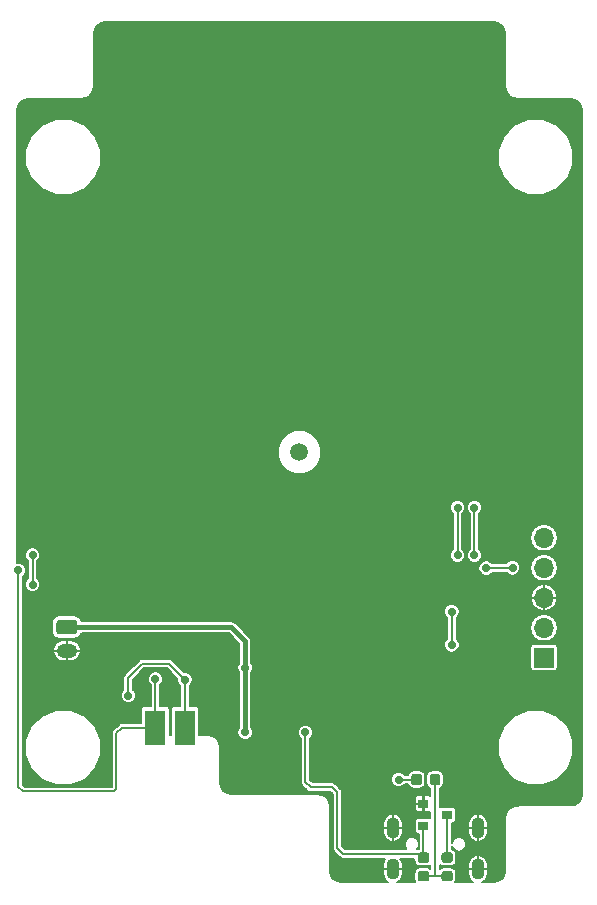
<source format=gbr>
%TF.GenerationSoftware,KiCad,Pcbnew,5.0.2+dfsg1-1*%
%TF.CreationDate,2020-10-17T15:43:31+03:00*%
%TF.ProjectId,LocalTrack,4c6f6361-6c54-4726-9163-6b2e6b696361,1.3*%
%TF.SameCoordinates,PX7270e00PY47868c0*%
%TF.FileFunction,Copper,L2,Bot*%
%TF.FilePolarity,Positive*%
%FSLAX46Y46*%
G04 Gerber Fmt 4.6, Leading zero omitted, Abs format (unit mm)*
G04 Created by KiCad (PCBNEW 5.0.2+dfsg1-1) date Sat 17 Oct 2020 03:43:31 PM MSK*
%MOMM*%
%LPD*%
G01*
G04 APERTURE LIST*
%ADD10C,1.500000*%
%ADD11O,1.700000X1.700000*%
%ADD12R,1.700000X1.700000*%
%ADD13C,0.100000*%
%ADD14C,0.875000*%
%ADD15O,1.100000X1.800000*%
%ADD16R,0.900000X0.800000*%
%ADD17C,1.200000*%
%ADD18O,1.750000X1.200000*%
%ADD19R,1.800000X3.000000*%
%ADD20C,0.700000*%
%ADD21C,0.600000*%
%ADD22C,0.400000*%
%ADD23C,0.200000*%
G04 APERTURE END LIST*
D10*
X25000000Y-37500000D03*
D11*
X45700000Y-44740000D03*
X45700000Y-47280000D03*
X45700000Y-49820000D03*
X45700000Y-52360000D03*
D12*
X45700000Y-54900000D03*
D13*
G36*
X37777691Y-72951053D02*
X37798926Y-72954203D01*
X37819750Y-72959419D01*
X37839962Y-72966651D01*
X37859368Y-72975830D01*
X37877781Y-72986866D01*
X37895024Y-72999654D01*
X37910930Y-73014070D01*
X37925346Y-73029976D01*
X37938134Y-73047219D01*
X37949170Y-73065632D01*
X37958349Y-73085038D01*
X37965581Y-73105250D01*
X37970797Y-73126074D01*
X37973947Y-73147309D01*
X37975000Y-73168750D01*
X37975000Y-73606250D01*
X37973947Y-73627691D01*
X37970797Y-73648926D01*
X37965581Y-73669750D01*
X37958349Y-73689962D01*
X37949170Y-73709368D01*
X37938134Y-73727781D01*
X37925346Y-73745024D01*
X37910930Y-73760930D01*
X37895024Y-73775346D01*
X37877781Y-73788134D01*
X37859368Y-73799170D01*
X37839962Y-73808349D01*
X37819750Y-73815581D01*
X37798926Y-73820797D01*
X37777691Y-73823947D01*
X37756250Y-73825000D01*
X37243750Y-73825000D01*
X37222309Y-73823947D01*
X37201074Y-73820797D01*
X37180250Y-73815581D01*
X37160038Y-73808349D01*
X37140632Y-73799170D01*
X37122219Y-73788134D01*
X37104976Y-73775346D01*
X37089070Y-73760930D01*
X37074654Y-73745024D01*
X37061866Y-73727781D01*
X37050830Y-73709368D01*
X37041651Y-73689962D01*
X37034419Y-73669750D01*
X37029203Y-73648926D01*
X37026053Y-73627691D01*
X37025000Y-73606250D01*
X37025000Y-73168750D01*
X37026053Y-73147309D01*
X37029203Y-73126074D01*
X37034419Y-73105250D01*
X37041651Y-73085038D01*
X37050830Y-73065632D01*
X37061866Y-73047219D01*
X37074654Y-73029976D01*
X37089070Y-73014070D01*
X37104976Y-72999654D01*
X37122219Y-72986866D01*
X37140632Y-72975830D01*
X37160038Y-72966651D01*
X37180250Y-72959419D01*
X37201074Y-72954203D01*
X37222309Y-72951053D01*
X37243750Y-72950000D01*
X37756250Y-72950000D01*
X37777691Y-72951053D01*
X37777691Y-72951053D01*
G37*
D14*
X37500000Y-73387500D03*
D13*
G36*
X37777691Y-71376053D02*
X37798926Y-71379203D01*
X37819750Y-71384419D01*
X37839962Y-71391651D01*
X37859368Y-71400830D01*
X37877781Y-71411866D01*
X37895024Y-71424654D01*
X37910930Y-71439070D01*
X37925346Y-71454976D01*
X37938134Y-71472219D01*
X37949170Y-71490632D01*
X37958349Y-71510038D01*
X37965581Y-71530250D01*
X37970797Y-71551074D01*
X37973947Y-71572309D01*
X37975000Y-71593750D01*
X37975000Y-72031250D01*
X37973947Y-72052691D01*
X37970797Y-72073926D01*
X37965581Y-72094750D01*
X37958349Y-72114962D01*
X37949170Y-72134368D01*
X37938134Y-72152781D01*
X37925346Y-72170024D01*
X37910930Y-72185930D01*
X37895024Y-72200346D01*
X37877781Y-72213134D01*
X37859368Y-72224170D01*
X37839962Y-72233349D01*
X37819750Y-72240581D01*
X37798926Y-72245797D01*
X37777691Y-72248947D01*
X37756250Y-72250000D01*
X37243750Y-72250000D01*
X37222309Y-72248947D01*
X37201074Y-72245797D01*
X37180250Y-72240581D01*
X37160038Y-72233349D01*
X37140632Y-72224170D01*
X37122219Y-72213134D01*
X37104976Y-72200346D01*
X37089070Y-72185930D01*
X37074654Y-72170024D01*
X37061866Y-72152781D01*
X37050830Y-72134368D01*
X37041651Y-72114962D01*
X37034419Y-72094750D01*
X37029203Y-72073926D01*
X37026053Y-72052691D01*
X37025000Y-72031250D01*
X37025000Y-71593750D01*
X37026053Y-71572309D01*
X37029203Y-71551074D01*
X37034419Y-71530250D01*
X37041651Y-71510038D01*
X37050830Y-71490632D01*
X37061866Y-71472219D01*
X37074654Y-71454976D01*
X37089070Y-71439070D01*
X37104976Y-71424654D01*
X37122219Y-71411866D01*
X37140632Y-71400830D01*
X37160038Y-71391651D01*
X37180250Y-71384419D01*
X37201074Y-71379203D01*
X37222309Y-71376053D01*
X37243750Y-71375000D01*
X37756250Y-71375000D01*
X37777691Y-71376053D01*
X37777691Y-71376053D01*
G37*
D14*
X37500000Y-71812500D03*
D13*
G36*
X35777691Y-72951053D02*
X35798926Y-72954203D01*
X35819750Y-72959419D01*
X35839962Y-72966651D01*
X35859368Y-72975830D01*
X35877781Y-72986866D01*
X35895024Y-72999654D01*
X35910930Y-73014070D01*
X35925346Y-73029976D01*
X35938134Y-73047219D01*
X35949170Y-73065632D01*
X35958349Y-73085038D01*
X35965581Y-73105250D01*
X35970797Y-73126074D01*
X35973947Y-73147309D01*
X35975000Y-73168750D01*
X35975000Y-73606250D01*
X35973947Y-73627691D01*
X35970797Y-73648926D01*
X35965581Y-73669750D01*
X35958349Y-73689962D01*
X35949170Y-73709368D01*
X35938134Y-73727781D01*
X35925346Y-73745024D01*
X35910930Y-73760930D01*
X35895024Y-73775346D01*
X35877781Y-73788134D01*
X35859368Y-73799170D01*
X35839962Y-73808349D01*
X35819750Y-73815581D01*
X35798926Y-73820797D01*
X35777691Y-73823947D01*
X35756250Y-73825000D01*
X35243750Y-73825000D01*
X35222309Y-73823947D01*
X35201074Y-73820797D01*
X35180250Y-73815581D01*
X35160038Y-73808349D01*
X35140632Y-73799170D01*
X35122219Y-73788134D01*
X35104976Y-73775346D01*
X35089070Y-73760930D01*
X35074654Y-73745024D01*
X35061866Y-73727781D01*
X35050830Y-73709368D01*
X35041651Y-73689962D01*
X35034419Y-73669750D01*
X35029203Y-73648926D01*
X35026053Y-73627691D01*
X35025000Y-73606250D01*
X35025000Y-73168750D01*
X35026053Y-73147309D01*
X35029203Y-73126074D01*
X35034419Y-73105250D01*
X35041651Y-73085038D01*
X35050830Y-73065632D01*
X35061866Y-73047219D01*
X35074654Y-73029976D01*
X35089070Y-73014070D01*
X35104976Y-72999654D01*
X35122219Y-72986866D01*
X35140632Y-72975830D01*
X35160038Y-72966651D01*
X35180250Y-72959419D01*
X35201074Y-72954203D01*
X35222309Y-72951053D01*
X35243750Y-72950000D01*
X35756250Y-72950000D01*
X35777691Y-72951053D01*
X35777691Y-72951053D01*
G37*
D14*
X35500000Y-73387500D03*
D13*
G36*
X35777691Y-71376053D02*
X35798926Y-71379203D01*
X35819750Y-71384419D01*
X35839962Y-71391651D01*
X35859368Y-71400830D01*
X35877781Y-71411866D01*
X35895024Y-71424654D01*
X35910930Y-71439070D01*
X35925346Y-71454976D01*
X35938134Y-71472219D01*
X35949170Y-71490632D01*
X35958349Y-71510038D01*
X35965581Y-71530250D01*
X35970797Y-71551074D01*
X35973947Y-71572309D01*
X35975000Y-71593750D01*
X35975000Y-72031250D01*
X35973947Y-72052691D01*
X35970797Y-72073926D01*
X35965581Y-72094750D01*
X35958349Y-72114962D01*
X35949170Y-72134368D01*
X35938134Y-72152781D01*
X35925346Y-72170024D01*
X35910930Y-72185930D01*
X35895024Y-72200346D01*
X35877781Y-72213134D01*
X35859368Y-72224170D01*
X35839962Y-72233349D01*
X35819750Y-72240581D01*
X35798926Y-72245797D01*
X35777691Y-72248947D01*
X35756250Y-72250000D01*
X35243750Y-72250000D01*
X35222309Y-72248947D01*
X35201074Y-72245797D01*
X35180250Y-72240581D01*
X35160038Y-72233349D01*
X35140632Y-72224170D01*
X35122219Y-72213134D01*
X35104976Y-72200346D01*
X35089070Y-72185930D01*
X35074654Y-72170024D01*
X35061866Y-72152781D01*
X35050830Y-72134368D01*
X35041651Y-72114962D01*
X35034419Y-72094750D01*
X35029203Y-72073926D01*
X35026053Y-72052691D01*
X35025000Y-72031250D01*
X35025000Y-71593750D01*
X35026053Y-71572309D01*
X35029203Y-71551074D01*
X35034419Y-71530250D01*
X35041651Y-71510038D01*
X35050830Y-71490632D01*
X35061866Y-71472219D01*
X35074654Y-71454976D01*
X35089070Y-71439070D01*
X35104976Y-71424654D01*
X35122219Y-71411866D01*
X35140632Y-71400830D01*
X35160038Y-71391651D01*
X35180250Y-71384419D01*
X35201074Y-71379203D01*
X35222309Y-71376053D01*
X35243750Y-71375000D01*
X35756250Y-71375000D01*
X35777691Y-71376053D01*
X35777691Y-71376053D01*
G37*
D14*
X35500000Y-71812500D03*
D15*
X32900000Y-72800000D03*
X32900000Y-69300000D03*
X40100000Y-72800000D03*
X40100000Y-69300000D03*
D16*
X37500000Y-68200000D03*
X35500000Y-67250000D03*
X35500000Y-69150000D03*
D13*
G36*
X36727691Y-64726053D02*
X36748926Y-64729203D01*
X36769750Y-64734419D01*
X36789962Y-64741651D01*
X36809368Y-64750830D01*
X36827781Y-64761866D01*
X36845024Y-64774654D01*
X36860930Y-64789070D01*
X36875346Y-64804976D01*
X36888134Y-64822219D01*
X36899170Y-64840632D01*
X36908349Y-64860038D01*
X36915581Y-64880250D01*
X36920797Y-64901074D01*
X36923947Y-64922309D01*
X36925000Y-64943750D01*
X36925000Y-65456250D01*
X36923947Y-65477691D01*
X36920797Y-65498926D01*
X36915581Y-65519750D01*
X36908349Y-65539962D01*
X36899170Y-65559368D01*
X36888134Y-65577781D01*
X36875346Y-65595024D01*
X36860930Y-65610930D01*
X36845024Y-65625346D01*
X36827781Y-65638134D01*
X36809368Y-65649170D01*
X36789962Y-65658349D01*
X36769750Y-65665581D01*
X36748926Y-65670797D01*
X36727691Y-65673947D01*
X36706250Y-65675000D01*
X36268750Y-65675000D01*
X36247309Y-65673947D01*
X36226074Y-65670797D01*
X36205250Y-65665581D01*
X36185038Y-65658349D01*
X36165632Y-65649170D01*
X36147219Y-65638134D01*
X36129976Y-65625346D01*
X36114070Y-65610930D01*
X36099654Y-65595024D01*
X36086866Y-65577781D01*
X36075830Y-65559368D01*
X36066651Y-65539962D01*
X36059419Y-65519750D01*
X36054203Y-65498926D01*
X36051053Y-65477691D01*
X36050000Y-65456250D01*
X36050000Y-64943750D01*
X36051053Y-64922309D01*
X36054203Y-64901074D01*
X36059419Y-64880250D01*
X36066651Y-64860038D01*
X36075830Y-64840632D01*
X36086866Y-64822219D01*
X36099654Y-64804976D01*
X36114070Y-64789070D01*
X36129976Y-64774654D01*
X36147219Y-64761866D01*
X36165632Y-64750830D01*
X36185038Y-64741651D01*
X36205250Y-64734419D01*
X36226074Y-64729203D01*
X36247309Y-64726053D01*
X36268750Y-64725000D01*
X36706250Y-64725000D01*
X36727691Y-64726053D01*
X36727691Y-64726053D01*
G37*
D14*
X36487500Y-65200000D03*
D13*
G36*
X35152691Y-64726053D02*
X35173926Y-64729203D01*
X35194750Y-64734419D01*
X35214962Y-64741651D01*
X35234368Y-64750830D01*
X35252781Y-64761866D01*
X35270024Y-64774654D01*
X35285930Y-64789070D01*
X35300346Y-64804976D01*
X35313134Y-64822219D01*
X35324170Y-64840632D01*
X35333349Y-64860038D01*
X35340581Y-64880250D01*
X35345797Y-64901074D01*
X35348947Y-64922309D01*
X35350000Y-64943750D01*
X35350000Y-65456250D01*
X35348947Y-65477691D01*
X35345797Y-65498926D01*
X35340581Y-65519750D01*
X35333349Y-65539962D01*
X35324170Y-65559368D01*
X35313134Y-65577781D01*
X35300346Y-65595024D01*
X35285930Y-65610930D01*
X35270024Y-65625346D01*
X35252781Y-65638134D01*
X35234368Y-65649170D01*
X35214962Y-65658349D01*
X35194750Y-65665581D01*
X35173926Y-65670797D01*
X35152691Y-65673947D01*
X35131250Y-65675000D01*
X34693750Y-65675000D01*
X34672309Y-65673947D01*
X34651074Y-65670797D01*
X34630250Y-65665581D01*
X34610038Y-65658349D01*
X34590632Y-65649170D01*
X34572219Y-65638134D01*
X34554976Y-65625346D01*
X34539070Y-65610930D01*
X34524654Y-65595024D01*
X34511866Y-65577781D01*
X34500830Y-65559368D01*
X34491651Y-65539962D01*
X34484419Y-65519750D01*
X34479203Y-65498926D01*
X34476053Y-65477691D01*
X34475000Y-65456250D01*
X34475000Y-64943750D01*
X34476053Y-64922309D01*
X34479203Y-64901074D01*
X34484419Y-64880250D01*
X34491651Y-64860038D01*
X34500830Y-64840632D01*
X34511866Y-64822219D01*
X34524654Y-64804976D01*
X34539070Y-64789070D01*
X34554976Y-64774654D01*
X34572219Y-64761866D01*
X34590632Y-64750830D01*
X34610038Y-64741651D01*
X34630250Y-64734419D01*
X34651074Y-64729203D01*
X34672309Y-64726053D01*
X34693750Y-64725000D01*
X35131250Y-64725000D01*
X35152691Y-64726053D01*
X35152691Y-64726053D01*
G37*
D14*
X34912500Y-65200000D03*
D13*
G36*
X5949865Y-51701202D02*
X5974095Y-51704796D01*
X5997855Y-51710748D01*
X6020918Y-51719000D01*
X6043061Y-51729472D01*
X6064070Y-51742065D01*
X6083745Y-51756657D01*
X6101894Y-51773106D01*
X6118343Y-51791255D01*
X6132935Y-51810930D01*
X6145528Y-51831939D01*
X6156000Y-51854082D01*
X6164252Y-51877145D01*
X6170204Y-51900905D01*
X6173798Y-51925135D01*
X6175000Y-51949600D01*
X6175000Y-52650400D01*
X6173798Y-52674865D01*
X6170204Y-52699095D01*
X6164252Y-52722855D01*
X6156000Y-52745918D01*
X6145528Y-52768061D01*
X6132935Y-52789070D01*
X6118343Y-52808745D01*
X6101894Y-52826894D01*
X6083745Y-52843343D01*
X6064070Y-52857935D01*
X6043061Y-52870528D01*
X6020918Y-52881000D01*
X5997855Y-52889252D01*
X5974095Y-52895204D01*
X5949865Y-52898798D01*
X5925400Y-52900000D01*
X4674600Y-52900000D01*
X4650135Y-52898798D01*
X4625905Y-52895204D01*
X4602145Y-52889252D01*
X4579082Y-52881000D01*
X4556939Y-52870528D01*
X4535930Y-52857935D01*
X4516255Y-52843343D01*
X4498106Y-52826894D01*
X4481657Y-52808745D01*
X4467065Y-52789070D01*
X4454472Y-52768061D01*
X4444000Y-52745918D01*
X4435748Y-52722855D01*
X4429796Y-52699095D01*
X4426202Y-52674865D01*
X4425000Y-52650400D01*
X4425000Y-51949600D01*
X4426202Y-51925135D01*
X4429796Y-51900905D01*
X4435748Y-51877145D01*
X4444000Y-51854082D01*
X4454472Y-51831939D01*
X4467065Y-51810930D01*
X4481657Y-51791255D01*
X4498106Y-51773106D01*
X4516255Y-51756657D01*
X4535930Y-51742065D01*
X4556939Y-51729472D01*
X4579082Y-51719000D01*
X4602145Y-51710748D01*
X4625905Y-51704796D01*
X4650135Y-51701202D01*
X4674600Y-51700000D01*
X5925400Y-51700000D01*
X5949865Y-51701202D01*
X5949865Y-51701202D01*
G37*
D17*
X5300000Y-52300000D03*
D18*
X5300000Y-54300000D03*
D19*
X15300000Y-60800000D03*
X12800000Y-60800000D03*
D20*
X20400000Y-61200000D03*
X20400000Y-55750000D03*
X30800000Y-55400000D03*
X35000000Y-63150000D03*
X33700000Y-38300000D03*
X33700000Y-33150000D03*
D21*
X46700000Y-24300000D03*
D20*
X37400000Y-63200000D03*
X33300000Y-51500000D03*
X35600000Y-43500000D03*
X26800000Y-48000000D03*
X27300000Y-44400000D03*
X29300000Y-31800000D03*
X26100000Y-31600000D03*
X20200000Y-34500000D03*
X9400000Y-42500000D03*
X2400000Y-38800000D03*
X2400000Y-36200000D03*
X14900000Y-42500000D03*
X8900000Y-2500000D03*
X41100000Y-2500000D03*
X10200000Y-18800000D03*
X46900000Y-17400000D03*
X38000000Y-35700000D03*
X40750000Y-35675000D03*
X37100000Y-22300000D03*
X25800000Y-15800000D03*
X28500000Y-40400000D03*
X47700000Y-31400000D03*
X47500000Y-46000000D03*
X35600000Y-47200000D03*
X33300000Y-53200000D03*
X12100000Y-47700000D03*
X8400000Y-65100000D03*
X10300000Y-22300000D03*
X19300000Y-65600000D03*
X28500000Y-72500000D03*
X14400000Y-20100000D03*
X23500000Y-40300000D03*
X22500000Y-59700000D03*
X41900000Y-50800000D03*
X42300000Y-22300000D03*
X44400000Y-42900000D03*
X12400000Y-50900000D03*
X16200000Y-58100000D03*
X22300000Y-51200000D03*
X27300000Y-55400000D03*
X33400000Y-65200000D03*
X25500000Y-61200000D03*
X37900000Y-53800000D03*
X37900000Y-51000000D03*
X2400000Y-46200000D03*
X2400000Y-48700000D03*
X39800000Y-46200000D03*
X39800000Y-42200000D03*
X38400000Y-46200000D03*
X38400000Y-42200000D03*
X43060000Y-47280000D03*
X40800000Y-47300000D03*
X12800000Y-56700000D03*
X1200000Y-47500000D03*
X15300000Y-56750000D03*
X10500000Y-58100000D03*
D22*
X19200000Y-52300000D02*
X20400000Y-53500000D01*
X5300000Y-52300000D02*
X19200000Y-52300000D01*
X20400000Y-61200000D02*
X20400000Y-55750000D01*
X20400000Y-53500000D02*
X20400000Y-55750000D01*
D23*
X34912500Y-65200000D02*
X33400000Y-65200000D01*
X37500000Y-73387500D02*
X36925000Y-73387500D01*
X36925000Y-73387500D02*
X36500000Y-73387500D01*
X36500000Y-73387500D02*
X35500000Y-73387500D01*
X36487500Y-73375000D02*
X36500000Y-73387500D01*
X36487500Y-65200000D02*
X36487500Y-73375000D01*
X37275000Y-71487500D02*
X37287500Y-71500000D01*
X37500000Y-68200000D02*
X37500000Y-71812500D01*
X35500000Y-69150000D02*
X35500000Y-71812500D01*
X25500000Y-65400000D02*
X25500000Y-61200000D01*
X25950000Y-65850000D02*
X25500000Y-65400000D01*
X35500000Y-71800000D02*
X35200000Y-71500000D01*
X35500000Y-71812500D02*
X35500000Y-71800000D01*
X35200000Y-71500000D02*
X28700000Y-71500000D01*
X28700000Y-71500000D02*
X28200000Y-71000000D01*
X28200000Y-71000000D02*
X28200000Y-66300000D01*
X27750000Y-65850000D02*
X25950000Y-65850000D01*
X28200000Y-66300000D02*
X27750000Y-65850000D01*
X37900000Y-53800000D02*
X37900000Y-51000000D01*
X2400000Y-46200000D02*
X2400000Y-48700000D01*
X39800000Y-46200000D02*
X39800000Y-42200000D01*
X38400000Y-46200000D02*
X38400000Y-42200000D01*
X40800000Y-47300000D02*
X43040000Y-47300000D01*
X12800000Y-60800000D02*
X12800000Y-56700000D01*
X10000000Y-60800000D02*
X9500000Y-61300000D01*
X12800000Y-60800000D02*
X10000000Y-60800000D01*
X1200000Y-65800000D02*
X1200000Y-47500000D01*
X9500000Y-61300000D02*
X9500000Y-66000000D01*
X9500000Y-66000000D02*
X9300000Y-66200000D01*
X9300000Y-66200000D02*
X1600000Y-66200000D01*
X1600000Y-66200000D02*
X1200000Y-65800000D01*
X15300000Y-60800000D02*
X15300000Y-56750000D01*
X10500000Y-56600000D02*
X10500000Y-58100000D01*
X11700000Y-55400000D02*
X10500000Y-56600000D01*
X15300000Y-56750000D02*
X13950000Y-55400000D01*
X13950000Y-55400000D02*
X11700000Y-55400000D01*
G36*
X41843666Y-1170319D02*
X42135011Y-1364989D01*
X42329681Y-1656334D01*
X42400000Y-2009851D01*
X42400000Y-6500000D01*
X42401921Y-6519509D01*
X42478041Y-6902192D01*
X42492973Y-6938240D01*
X42709746Y-7262664D01*
X42737336Y-7290254D01*
X43061760Y-7507027D01*
X43097808Y-7521959D01*
X43480491Y-7598079D01*
X43500000Y-7600000D01*
X47990149Y-7600000D01*
X48343666Y-7670319D01*
X48635011Y-7864989D01*
X48829681Y-8156334D01*
X48900000Y-8509851D01*
X48900000Y-66490149D01*
X48829681Y-66843666D01*
X48635011Y-67135011D01*
X48343666Y-67329681D01*
X47990149Y-67400000D01*
X43500000Y-67400000D01*
X43480491Y-67401921D01*
X43097808Y-67478041D01*
X43061760Y-67492973D01*
X42737336Y-67709746D01*
X42709746Y-67737336D01*
X42492973Y-68061760D01*
X42478041Y-68097808D01*
X42401921Y-68480491D01*
X42400000Y-68500000D01*
X42400000Y-72990149D01*
X42329681Y-73343666D01*
X42135011Y-73635011D01*
X41843666Y-73829681D01*
X41490149Y-73900000D01*
X40477067Y-73900000D01*
X40697505Y-73754576D01*
X40883384Y-73479900D01*
X40950000Y-73155000D01*
X40950000Y-72805000D01*
X40105000Y-72805000D01*
X40105000Y-72825000D01*
X40095000Y-72825000D01*
X40095000Y-72805000D01*
X39250000Y-72805000D01*
X39250000Y-73155000D01*
X39316616Y-73479900D01*
X39502495Y-73754576D01*
X39722933Y-73900000D01*
X38178812Y-73900000D01*
X38240942Y-73807016D01*
X38280877Y-73606250D01*
X38280877Y-73168750D01*
X38240942Y-72967984D01*
X38127217Y-72797783D01*
X37957016Y-72684058D01*
X37756250Y-72644123D01*
X37243750Y-72644123D01*
X37042984Y-72684058D01*
X36887500Y-72787949D01*
X36887500Y-72412051D01*
X37042984Y-72515942D01*
X37243750Y-72555877D01*
X37756250Y-72555877D01*
X37957016Y-72515942D01*
X38063187Y-72445000D01*
X39250000Y-72445000D01*
X39250000Y-72795000D01*
X40095000Y-72795000D01*
X40095000Y-71675016D01*
X40105000Y-71675016D01*
X40105000Y-72795000D01*
X40950000Y-72795000D01*
X40950000Y-72445000D01*
X40883384Y-72120100D01*
X40697505Y-71845424D01*
X40420661Y-71662789D01*
X40237905Y-71611262D01*
X40105000Y-71675016D01*
X40095000Y-71675016D01*
X39962095Y-71611262D01*
X39779339Y-71662789D01*
X39502495Y-71845424D01*
X39316616Y-72120100D01*
X39250000Y-72445000D01*
X38063187Y-72445000D01*
X38127217Y-72402217D01*
X38240942Y-72232016D01*
X38280877Y-72031250D01*
X38280877Y-71593750D01*
X38240942Y-71392984D01*
X38127217Y-71222783D01*
X37957016Y-71109058D01*
X37900000Y-71097717D01*
X37900000Y-70819347D01*
X37991344Y-71039873D01*
X38160127Y-71208656D01*
X38380653Y-71300000D01*
X38619347Y-71300000D01*
X38839873Y-71208656D01*
X39008656Y-71039873D01*
X39100000Y-70819347D01*
X39100000Y-70580653D01*
X39008656Y-70360127D01*
X38839873Y-70191344D01*
X38619347Y-70100000D01*
X38380653Y-70100000D01*
X38160127Y-70191344D01*
X37991344Y-70360127D01*
X37900000Y-70580653D01*
X37900000Y-69305000D01*
X39250000Y-69305000D01*
X39250000Y-69655000D01*
X39316616Y-69979900D01*
X39502495Y-70254576D01*
X39779339Y-70437211D01*
X39962095Y-70488738D01*
X40095000Y-70424984D01*
X40095000Y-69305000D01*
X40105000Y-69305000D01*
X40105000Y-70424984D01*
X40237905Y-70488738D01*
X40420661Y-70437211D01*
X40697505Y-70254576D01*
X40883384Y-69979900D01*
X40950000Y-69655000D01*
X40950000Y-69305000D01*
X40105000Y-69305000D01*
X40095000Y-69305000D01*
X39250000Y-69305000D01*
X37900000Y-69305000D01*
X37900000Y-68945000D01*
X39250000Y-68945000D01*
X39250000Y-69295000D01*
X40095000Y-69295000D01*
X40095000Y-68175016D01*
X40105000Y-68175016D01*
X40105000Y-69295000D01*
X40950000Y-69295000D01*
X40950000Y-68945000D01*
X40883384Y-68620100D01*
X40697505Y-68345424D01*
X40420661Y-68162789D01*
X40237905Y-68111262D01*
X40105000Y-68175016D01*
X40095000Y-68175016D01*
X39962095Y-68111262D01*
X39779339Y-68162789D01*
X39502495Y-68345424D01*
X39316616Y-68620100D01*
X39250000Y-68945000D01*
X37900000Y-68945000D01*
X37900000Y-68905877D01*
X37950000Y-68905877D01*
X38067054Y-68882593D01*
X38166288Y-68816288D01*
X38232593Y-68717054D01*
X38255877Y-68600000D01*
X38255877Y-67800000D01*
X38232593Y-67682946D01*
X38166288Y-67583712D01*
X38067054Y-67517407D01*
X37950000Y-67494123D01*
X37050000Y-67494123D01*
X36932946Y-67517407D01*
X36887500Y-67547773D01*
X36887500Y-65944824D01*
X36907016Y-65940942D01*
X37077217Y-65827217D01*
X37190942Y-65657016D01*
X37230877Y-65456250D01*
X37230877Y-64943750D01*
X37190942Y-64742984D01*
X37077217Y-64572783D01*
X36907016Y-64459058D01*
X36706250Y-64419123D01*
X36268750Y-64419123D01*
X36067984Y-64459058D01*
X35897783Y-64572783D01*
X35784058Y-64742984D01*
X35744123Y-64943750D01*
X35744123Y-65456250D01*
X35784058Y-65657016D01*
X35897783Y-65827217D01*
X36067984Y-65940942D01*
X36087500Y-65944824D01*
X36087500Y-66582236D01*
X36009674Y-66550000D01*
X35580000Y-66550000D01*
X35505000Y-66625000D01*
X35505000Y-67245000D01*
X35525000Y-67245000D01*
X35525000Y-67255000D01*
X35505000Y-67255000D01*
X35505000Y-67875000D01*
X35580000Y-67950000D01*
X36009674Y-67950000D01*
X36087500Y-67917764D01*
X36087500Y-68481069D01*
X36067054Y-68467407D01*
X35950000Y-68444123D01*
X35050000Y-68444123D01*
X34932946Y-68467407D01*
X34833712Y-68533712D01*
X34767407Y-68632946D01*
X34744123Y-68750000D01*
X34744123Y-69550000D01*
X34767407Y-69667054D01*
X34833712Y-69766288D01*
X34932946Y-69832593D01*
X35050000Y-69855877D01*
X35100000Y-69855877D01*
X35100001Y-71097717D01*
X35088521Y-71100000D01*
X34948529Y-71100000D01*
X35008656Y-71039873D01*
X35100000Y-70819347D01*
X35100000Y-70580653D01*
X35008656Y-70360127D01*
X34839873Y-70191344D01*
X34619347Y-70100000D01*
X34380653Y-70100000D01*
X34160127Y-70191344D01*
X33991344Y-70360127D01*
X33900000Y-70580653D01*
X33900000Y-70819347D01*
X33991344Y-71039873D01*
X34051471Y-71100000D01*
X28865685Y-71100000D01*
X28600000Y-70834316D01*
X28600000Y-69305000D01*
X32050000Y-69305000D01*
X32050000Y-69655000D01*
X32116616Y-69979900D01*
X32302495Y-70254576D01*
X32579339Y-70437211D01*
X32762095Y-70488738D01*
X32895000Y-70424984D01*
X32895000Y-69305000D01*
X32905000Y-69305000D01*
X32905000Y-70424984D01*
X33037905Y-70488738D01*
X33220661Y-70437211D01*
X33497505Y-70254576D01*
X33683384Y-69979900D01*
X33750000Y-69655000D01*
X33750000Y-69305000D01*
X32905000Y-69305000D01*
X32895000Y-69305000D01*
X32050000Y-69305000D01*
X28600000Y-69305000D01*
X28600000Y-68945000D01*
X32050000Y-68945000D01*
X32050000Y-69295000D01*
X32895000Y-69295000D01*
X32895000Y-68175016D01*
X32905000Y-68175016D01*
X32905000Y-69295000D01*
X33750000Y-69295000D01*
X33750000Y-68945000D01*
X33683384Y-68620100D01*
X33497505Y-68345424D01*
X33220661Y-68162789D01*
X33037905Y-68111262D01*
X32905000Y-68175016D01*
X32895000Y-68175016D01*
X32762095Y-68111262D01*
X32579339Y-68162789D01*
X32302495Y-68345424D01*
X32116616Y-68620100D01*
X32050000Y-68945000D01*
X28600000Y-68945000D01*
X28600000Y-67330000D01*
X34750000Y-67330000D01*
X34750000Y-67709673D01*
X34795672Y-67819936D01*
X34880063Y-67904328D01*
X34990326Y-67950000D01*
X35420000Y-67950000D01*
X35495000Y-67875000D01*
X35495000Y-67255000D01*
X34825000Y-67255000D01*
X34750000Y-67330000D01*
X28600000Y-67330000D01*
X28600000Y-66790327D01*
X34750000Y-66790327D01*
X34750000Y-67170000D01*
X34825000Y-67245000D01*
X35495000Y-67245000D01*
X35495000Y-66625000D01*
X35420000Y-66550000D01*
X34990326Y-66550000D01*
X34880063Y-66595672D01*
X34795672Y-66680064D01*
X34750000Y-66790327D01*
X28600000Y-66790327D01*
X28600000Y-66339392D01*
X28607836Y-66299999D01*
X28595453Y-66237748D01*
X28576791Y-66143928D01*
X28488384Y-66011616D01*
X28454987Y-65989301D01*
X28060702Y-65595018D01*
X28038384Y-65561616D01*
X27906072Y-65473209D01*
X27789394Y-65450000D01*
X27750000Y-65442164D01*
X27710606Y-65450000D01*
X26115685Y-65450000D01*
X25900000Y-65234315D01*
X25900000Y-65070707D01*
X32750000Y-65070707D01*
X32750000Y-65329293D01*
X32848957Y-65568195D01*
X33031805Y-65751043D01*
X33270707Y-65850000D01*
X33529293Y-65850000D01*
X33768195Y-65751043D01*
X33919238Y-65600000D01*
X34197717Y-65600000D01*
X34209058Y-65657016D01*
X34322783Y-65827217D01*
X34492984Y-65940942D01*
X34693750Y-65980877D01*
X35131250Y-65980877D01*
X35332016Y-65940942D01*
X35502217Y-65827217D01*
X35615942Y-65657016D01*
X35655877Y-65456250D01*
X35655877Y-64943750D01*
X35615942Y-64742984D01*
X35502217Y-64572783D01*
X35332016Y-64459058D01*
X35131250Y-64419123D01*
X34693750Y-64419123D01*
X34492984Y-64459058D01*
X34322783Y-64572783D01*
X34209058Y-64742984D01*
X34197717Y-64800000D01*
X33919238Y-64800000D01*
X33768195Y-64648957D01*
X33529293Y-64550000D01*
X33270707Y-64550000D01*
X33031805Y-64648957D01*
X32848957Y-64831805D01*
X32750000Y-65070707D01*
X25900000Y-65070707D01*
X25900000Y-61863480D01*
X41800000Y-61863480D01*
X41800000Y-63136520D01*
X42287171Y-64312655D01*
X43187345Y-65212829D01*
X44363480Y-65700000D01*
X45636520Y-65700000D01*
X46812655Y-65212829D01*
X47712829Y-64312655D01*
X48200000Y-63136520D01*
X48200000Y-61863480D01*
X47712829Y-60687345D01*
X46812655Y-59787171D01*
X45636520Y-59300000D01*
X44363480Y-59300000D01*
X43187345Y-59787171D01*
X42287171Y-60687345D01*
X41800000Y-61863480D01*
X25900000Y-61863480D01*
X25900000Y-61719238D01*
X26051043Y-61568195D01*
X26150000Y-61329293D01*
X26150000Y-61070707D01*
X26051043Y-60831805D01*
X25868195Y-60648957D01*
X25629293Y-60550000D01*
X25370707Y-60550000D01*
X25131805Y-60648957D01*
X24948957Y-60831805D01*
X24850000Y-61070707D01*
X24850000Y-61329293D01*
X24948957Y-61568195D01*
X25100001Y-61719239D01*
X25100000Y-65360606D01*
X25092164Y-65400000D01*
X25109745Y-65488384D01*
X25123209Y-65556071D01*
X25211616Y-65688384D01*
X25245018Y-65710702D01*
X25639300Y-66104986D01*
X25661616Y-66138384D01*
X25793928Y-66226791D01*
X25910606Y-66250000D01*
X25910607Y-66250000D01*
X25949999Y-66257836D01*
X25989392Y-66250000D01*
X27584315Y-66250000D01*
X27800001Y-66465686D01*
X27800000Y-70960606D01*
X27792164Y-71000000D01*
X27810497Y-71092164D01*
X27823209Y-71156071D01*
X27911616Y-71288384D01*
X27945018Y-71310703D01*
X28389299Y-71754984D01*
X28411616Y-71788384D01*
X28506667Y-71851894D01*
X28543928Y-71876791D01*
X28700000Y-71907836D01*
X28739394Y-71900000D01*
X32265562Y-71900000D01*
X32116616Y-72120100D01*
X32050000Y-72445000D01*
X32050000Y-72795000D01*
X32895000Y-72795000D01*
X32895000Y-72775000D01*
X32905000Y-72775000D01*
X32905000Y-72795000D01*
X33750000Y-72795000D01*
X33750000Y-72445000D01*
X33683384Y-72120100D01*
X33534438Y-71900000D01*
X34719123Y-71900000D01*
X34719123Y-72031250D01*
X34759058Y-72232016D01*
X34872783Y-72402217D01*
X35042984Y-72515942D01*
X35243750Y-72555877D01*
X35756250Y-72555877D01*
X35957016Y-72515942D01*
X36087501Y-72428755D01*
X36087501Y-72771245D01*
X35957016Y-72684058D01*
X35756250Y-72644123D01*
X35243750Y-72644123D01*
X35042984Y-72684058D01*
X34872783Y-72797783D01*
X34759058Y-72967984D01*
X34719123Y-73168750D01*
X34719123Y-73606250D01*
X34759058Y-73807016D01*
X34821188Y-73900000D01*
X33277067Y-73900000D01*
X33497505Y-73754576D01*
X33683384Y-73479900D01*
X33750000Y-73155000D01*
X33750000Y-72805000D01*
X32905000Y-72805000D01*
X32905000Y-72825000D01*
X32895000Y-72825000D01*
X32895000Y-72805000D01*
X32050000Y-72805000D01*
X32050000Y-73155000D01*
X32116616Y-73479900D01*
X32302495Y-73754576D01*
X32522933Y-73900000D01*
X28509851Y-73900000D01*
X28156334Y-73829681D01*
X27864989Y-73635011D01*
X27670319Y-73343666D01*
X27600000Y-72990149D01*
X27600000Y-67500000D01*
X27598079Y-67480491D01*
X27521959Y-67097808D01*
X27507027Y-67061760D01*
X27290254Y-66737336D01*
X27262664Y-66709746D01*
X26938240Y-66492973D01*
X26902192Y-66478041D01*
X26519509Y-66401921D01*
X26500000Y-66400000D01*
X19209851Y-66400000D01*
X18856334Y-66329681D01*
X18564989Y-66135011D01*
X18370319Y-65843666D01*
X18300000Y-65490149D01*
X18300000Y-62500000D01*
X18298079Y-62480491D01*
X18221959Y-62097808D01*
X18207027Y-62061760D01*
X17990254Y-61737336D01*
X17962664Y-61709746D01*
X17638240Y-61492973D01*
X17602192Y-61478041D01*
X17219509Y-61401921D01*
X17200000Y-61400000D01*
X16505877Y-61400000D01*
X16505877Y-59300000D01*
X16482593Y-59182946D01*
X16416288Y-59083712D01*
X16317054Y-59017407D01*
X16200000Y-58994123D01*
X15700000Y-58994123D01*
X15700000Y-57269238D01*
X15851043Y-57118195D01*
X15950000Y-56879293D01*
X15950000Y-56620707D01*
X15851043Y-56381805D01*
X15668195Y-56198957D01*
X15429293Y-56100000D01*
X15215685Y-56100000D01*
X14260703Y-55145018D01*
X14238384Y-55111616D01*
X14106072Y-55023209D01*
X13989394Y-55000000D01*
X13950000Y-54992164D01*
X13910606Y-55000000D01*
X11739392Y-55000000D01*
X11699999Y-54992164D01*
X11660606Y-55000000D01*
X11543928Y-55023209D01*
X11411616Y-55111616D01*
X11389301Y-55145013D01*
X10245018Y-56289297D01*
X10211616Y-56311616D01*
X10123210Y-56443928D01*
X10123209Y-56443929D01*
X10092164Y-56600000D01*
X10100000Y-56639394D01*
X10100001Y-57580761D01*
X9948957Y-57731805D01*
X9850000Y-57970707D01*
X9850000Y-58229293D01*
X9948957Y-58468195D01*
X10131805Y-58651043D01*
X10370707Y-58750000D01*
X10629293Y-58750000D01*
X10868195Y-58651043D01*
X11051043Y-58468195D01*
X11150000Y-58229293D01*
X11150000Y-57970707D01*
X11051043Y-57731805D01*
X10900000Y-57580762D01*
X10900000Y-56765684D01*
X11865686Y-55800000D01*
X13784316Y-55800000D01*
X14650000Y-56665685D01*
X14650000Y-56879293D01*
X14748957Y-57118195D01*
X14900001Y-57269239D01*
X14900000Y-58994123D01*
X14400000Y-58994123D01*
X14282946Y-59017407D01*
X14183712Y-59083712D01*
X14117407Y-59182946D01*
X14094123Y-59300000D01*
X14094123Y-61400000D01*
X14005877Y-61400000D01*
X14005877Y-59300000D01*
X13982593Y-59182946D01*
X13916288Y-59083712D01*
X13817054Y-59017407D01*
X13700000Y-58994123D01*
X13200000Y-58994123D01*
X13200000Y-57219238D01*
X13351043Y-57068195D01*
X13450000Y-56829293D01*
X13450000Y-56570707D01*
X13351043Y-56331805D01*
X13168195Y-56148957D01*
X12929293Y-56050000D01*
X12670707Y-56050000D01*
X12431805Y-56148957D01*
X12248957Y-56331805D01*
X12150000Y-56570707D01*
X12150000Y-56829293D01*
X12248957Y-57068195D01*
X12400001Y-57219239D01*
X12400000Y-58994123D01*
X11900000Y-58994123D01*
X11782946Y-59017407D01*
X11683712Y-59083712D01*
X11617407Y-59182946D01*
X11594123Y-59300000D01*
X11594123Y-60400000D01*
X10039394Y-60400000D01*
X10000000Y-60392164D01*
X9960606Y-60400000D01*
X9843928Y-60423209D01*
X9711616Y-60511616D01*
X9689299Y-60545016D01*
X9245018Y-60989297D01*
X9211616Y-61011616D01*
X9123210Y-61143928D01*
X9123209Y-61143929D01*
X9092164Y-61300000D01*
X9100000Y-61339394D01*
X9100001Y-65800000D01*
X1765685Y-65800000D01*
X1600000Y-65634315D01*
X1600000Y-61863480D01*
X1800000Y-61863480D01*
X1800000Y-63136520D01*
X2287171Y-64312655D01*
X3187345Y-65212829D01*
X4363480Y-65700000D01*
X5636520Y-65700000D01*
X6812655Y-65212829D01*
X7712829Y-64312655D01*
X8200000Y-63136520D01*
X8200000Y-61863480D01*
X7712829Y-60687345D01*
X6812655Y-59787171D01*
X5636520Y-59300000D01*
X4363480Y-59300000D01*
X3187345Y-59787171D01*
X2287171Y-60687345D01*
X1800000Y-61863480D01*
X1600000Y-61863480D01*
X1600000Y-54445727D01*
X4136876Y-54445727D01*
X4191595Y-54639796D01*
X4385069Y-54932861D01*
X4675966Y-55129578D01*
X5020000Y-55200000D01*
X5295000Y-55200000D01*
X5295000Y-54305000D01*
X5305000Y-54305000D01*
X5305000Y-55200000D01*
X5580000Y-55200000D01*
X5924034Y-55129578D01*
X6214931Y-54932861D01*
X6408405Y-54639796D01*
X6463124Y-54445727D01*
X6399985Y-54305000D01*
X5305000Y-54305000D01*
X5295000Y-54305000D01*
X4200015Y-54305000D01*
X4136876Y-54445727D01*
X1600000Y-54445727D01*
X1600000Y-54154273D01*
X4136876Y-54154273D01*
X4200015Y-54295000D01*
X5295000Y-54295000D01*
X5295000Y-53400000D01*
X5305000Y-53400000D01*
X5305000Y-54295000D01*
X6399985Y-54295000D01*
X6463124Y-54154273D01*
X6408405Y-53960204D01*
X6214931Y-53667139D01*
X5924034Y-53470422D01*
X5580000Y-53400000D01*
X5305000Y-53400000D01*
X5295000Y-53400000D01*
X5020000Y-53400000D01*
X4675966Y-53470422D01*
X4385069Y-53667139D01*
X4191595Y-53960204D01*
X4136876Y-54154273D01*
X1600000Y-54154273D01*
X1600000Y-51949600D01*
X4017164Y-51949600D01*
X4017164Y-52650400D01*
X4067208Y-52901990D01*
X4209723Y-53115277D01*
X4423010Y-53257792D01*
X4674600Y-53307836D01*
X5925400Y-53307836D01*
X6176990Y-53257792D01*
X6390277Y-53115277D01*
X6532792Y-52901990D01*
X6553079Y-52800000D01*
X18992894Y-52800000D01*
X19900000Y-53707107D01*
X19900001Y-55330761D01*
X19848957Y-55381805D01*
X19750000Y-55620707D01*
X19750000Y-55879293D01*
X19848957Y-56118195D01*
X19900001Y-56169239D01*
X19900000Y-60780762D01*
X19848957Y-60831805D01*
X19750000Y-61070707D01*
X19750000Y-61329293D01*
X19848957Y-61568195D01*
X20031805Y-61751043D01*
X20270707Y-61850000D01*
X20529293Y-61850000D01*
X20768195Y-61751043D01*
X20951043Y-61568195D01*
X21050000Y-61329293D01*
X21050000Y-61070707D01*
X20951043Y-60831805D01*
X20900000Y-60780762D01*
X20900000Y-56169238D01*
X20951043Y-56118195D01*
X21050000Y-55879293D01*
X21050000Y-55620707D01*
X20951043Y-55381805D01*
X20900000Y-55330762D01*
X20900000Y-53549240D01*
X20909795Y-53499999D01*
X20896230Y-53431805D01*
X20870989Y-53304910D01*
X20760480Y-53139520D01*
X20718733Y-53111626D01*
X19588376Y-51981270D01*
X19560480Y-51939520D01*
X19395090Y-51829011D01*
X19249243Y-51800000D01*
X19249241Y-51800000D01*
X19200000Y-51790205D01*
X19150759Y-51800000D01*
X6553079Y-51800000D01*
X6532792Y-51698010D01*
X6390277Y-51484723D01*
X6176990Y-51342208D01*
X5925400Y-51292164D01*
X4674600Y-51292164D01*
X4423010Y-51342208D01*
X4209723Y-51484723D01*
X4067208Y-51698010D01*
X4017164Y-51949600D01*
X1600000Y-51949600D01*
X1600000Y-50870707D01*
X37250000Y-50870707D01*
X37250000Y-51129293D01*
X37348957Y-51368195D01*
X37500001Y-51519239D01*
X37500000Y-53280762D01*
X37348957Y-53431805D01*
X37250000Y-53670707D01*
X37250000Y-53929293D01*
X37348957Y-54168195D01*
X37531805Y-54351043D01*
X37770707Y-54450000D01*
X38029293Y-54450000D01*
X38268195Y-54351043D01*
X38451043Y-54168195D01*
X38500001Y-54050000D01*
X44544123Y-54050000D01*
X44544123Y-55750000D01*
X44567407Y-55867054D01*
X44633712Y-55966288D01*
X44732946Y-56032593D01*
X44850000Y-56055877D01*
X46550000Y-56055877D01*
X46667054Y-56032593D01*
X46766288Y-55966288D01*
X46832593Y-55867054D01*
X46855877Y-55750000D01*
X46855877Y-54050000D01*
X46832593Y-53932946D01*
X46766288Y-53833712D01*
X46667054Y-53767407D01*
X46550000Y-53744123D01*
X44850000Y-53744123D01*
X44732946Y-53767407D01*
X44633712Y-53833712D01*
X44567407Y-53932946D01*
X44544123Y-54050000D01*
X38500001Y-54050000D01*
X38550000Y-53929293D01*
X38550000Y-53670707D01*
X38451043Y-53431805D01*
X38300000Y-53280762D01*
X38300000Y-52360000D01*
X44527471Y-52360000D01*
X44616724Y-52808707D01*
X44870897Y-53189103D01*
X45251293Y-53443276D01*
X45586739Y-53510000D01*
X45813261Y-53510000D01*
X46148707Y-53443276D01*
X46529103Y-53189103D01*
X46783276Y-52808707D01*
X46872529Y-52360000D01*
X46783276Y-51911293D01*
X46529103Y-51530897D01*
X46148707Y-51276724D01*
X45813261Y-51210000D01*
X45586739Y-51210000D01*
X45251293Y-51276724D01*
X44870897Y-51530897D01*
X44616724Y-51911293D01*
X44527471Y-52360000D01*
X38300000Y-52360000D01*
X38300000Y-51519238D01*
X38451043Y-51368195D01*
X38550000Y-51129293D01*
X38550000Y-50870707D01*
X38451043Y-50631805D01*
X38268195Y-50448957D01*
X38029293Y-50350000D01*
X37770707Y-50350000D01*
X37531805Y-50448957D01*
X37348957Y-50631805D01*
X37250000Y-50870707D01*
X1600000Y-50870707D01*
X1600000Y-50004836D01*
X44564951Y-50004836D01*
X44580617Y-50083598D01*
X44766699Y-50491902D01*
X45094868Y-50797915D01*
X45515163Y-50955050D01*
X45695000Y-50894990D01*
X45695000Y-49825000D01*
X45705000Y-49825000D01*
X45705000Y-50894990D01*
X45884837Y-50955050D01*
X46305132Y-50797915D01*
X46633301Y-50491902D01*
X46819383Y-50083598D01*
X46835049Y-50004836D01*
X46774988Y-49825000D01*
X45705000Y-49825000D01*
X45695000Y-49825000D01*
X44625012Y-49825000D01*
X44564951Y-50004836D01*
X1600000Y-50004836D01*
X1600000Y-49635164D01*
X44564951Y-49635164D01*
X44625012Y-49815000D01*
X45695000Y-49815000D01*
X45695000Y-48745010D01*
X45705000Y-48745010D01*
X45705000Y-49815000D01*
X46774988Y-49815000D01*
X46835049Y-49635164D01*
X46819383Y-49556402D01*
X46633301Y-49148098D01*
X46305132Y-48842085D01*
X45884837Y-48684950D01*
X45705000Y-48745010D01*
X45695000Y-48745010D01*
X45515163Y-48684950D01*
X45094868Y-48842085D01*
X44766699Y-49148098D01*
X44580617Y-49556402D01*
X44564951Y-49635164D01*
X1600000Y-49635164D01*
X1600000Y-48019238D01*
X1751043Y-47868195D01*
X1850000Y-47629293D01*
X1850000Y-47370707D01*
X1751043Y-47131805D01*
X1568195Y-46948957D01*
X1329293Y-46850000D01*
X1100000Y-46850000D01*
X1100000Y-46070707D01*
X1750000Y-46070707D01*
X1750000Y-46329293D01*
X1848957Y-46568195D01*
X2000000Y-46719238D01*
X2000001Y-48180761D01*
X1848957Y-48331805D01*
X1750000Y-48570707D01*
X1750000Y-48829293D01*
X1848957Y-49068195D01*
X2031805Y-49251043D01*
X2270707Y-49350000D01*
X2529293Y-49350000D01*
X2768195Y-49251043D01*
X2951043Y-49068195D01*
X3050000Y-48829293D01*
X3050000Y-48570707D01*
X2951043Y-48331805D01*
X2800000Y-48180762D01*
X2800000Y-47170707D01*
X40150000Y-47170707D01*
X40150000Y-47429293D01*
X40248957Y-47668195D01*
X40431805Y-47851043D01*
X40670707Y-47950000D01*
X40929293Y-47950000D01*
X41168195Y-47851043D01*
X41319238Y-47700000D01*
X42560762Y-47700000D01*
X42691805Y-47831043D01*
X42930707Y-47930000D01*
X43189293Y-47930000D01*
X43428195Y-47831043D01*
X43611043Y-47648195D01*
X43710000Y-47409293D01*
X43710000Y-47280000D01*
X44527471Y-47280000D01*
X44616724Y-47728707D01*
X44870897Y-48109103D01*
X45251293Y-48363276D01*
X45586739Y-48430000D01*
X45813261Y-48430000D01*
X46148707Y-48363276D01*
X46529103Y-48109103D01*
X46783276Y-47728707D01*
X46872529Y-47280000D01*
X46783276Y-46831293D01*
X46529103Y-46450897D01*
X46148707Y-46196724D01*
X45813261Y-46130000D01*
X45586739Y-46130000D01*
X45251293Y-46196724D01*
X44870897Y-46450897D01*
X44616724Y-46831293D01*
X44527471Y-47280000D01*
X43710000Y-47280000D01*
X43710000Y-47150707D01*
X43611043Y-46911805D01*
X43428195Y-46728957D01*
X43189293Y-46630000D01*
X42930707Y-46630000D01*
X42691805Y-46728957D01*
X42520762Y-46900000D01*
X41319238Y-46900000D01*
X41168195Y-46748957D01*
X40929293Y-46650000D01*
X40670707Y-46650000D01*
X40431805Y-46748957D01*
X40248957Y-46931805D01*
X40150000Y-47170707D01*
X2800000Y-47170707D01*
X2800000Y-46719238D01*
X2951043Y-46568195D01*
X3050000Y-46329293D01*
X3050000Y-46070707D01*
X2951043Y-45831805D01*
X2768195Y-45648957D01*
X2529293Y-45550000D01*
X2270707Y-45550000D01*
X2031805Y-45648957D01*
X1848957Y-45831805D01*
X1750000Y-46070707D01*
X1100000Y-46070707D01*
X1100000Y-42070707D01*
X37750000Y-42070707D01*
X37750000Y-42329293D01*
X37848957Y-42568195D01*
X38000001Y-42719239D01*
X38000000Y-45680762D01*
X37848957Y-45831805D01*
X37750000Y-46070707D01*
X37750000Y-46329293D01*
X37848957Y-46568195D01*
X38031805Y-46751043D01*
X38270707Y-46850000D01*
X38529293Y-46850000D01*
X38768195Y-46751043D01*
X38951043Y-46568195D01*
X39050000Y-46329293D01*
X39050000Y-46070707D01*
X38951043Y-45831805D01*
X38800000Y-45680762D01*
X38800000Y-42719238D01*
X38951043Y-42568195D01*
X39050000Y-42329293D01*
X39050000Y-42070707D01*
X39150000Y-42070707D01*
X39150000Y-42329293D01*
X39248957Y-42568195D01*
X39400001Y-42719239D01*
X39400000Y-45680762D01*
X39248957Y-45831805D01*
X39150000Y-46070707D01*
X39150000Y-46329293D01*
X39248957Y-46568195D01*
X39431805Y-46751043D01*
X39670707Y-46850000D01*
X39929293Y-46850000D01*
X40168195Y-46751043D01*
X40351043Y-46568195D01*
X40450000Y-46329293D01*
X40450000Y-46070707D01*
X40351043Y-45831805D01*
X40200000Y-45680762D01*
X40200000Y-44740000D01*
X44527471Y-44740000D01*
X44616724Y-45188707D01*
X44870897Y-45569103D01*
X45251293Y-45823276D01*
X45586739Y-45890000D01*
X45813261Y-45890000D01*
X46148707Y-45823276D01*
X46529103Y-45569103D01*
X46783276Y-45188707D01*
X46872529Y-44740000D01*
X46783276Y-44291293D01*
X46529103Y-43910897D01*
X46148707Y-43656724D01*
X45813261Y-43590000D01*
X45586739Y-43590000D01*
X45251293Y-43656724D01*
X44870897Y-43910897D01*
X44616724Y-44291293D01*
X44527471Y-44740000D01*
X40200000Y-44740000D01*
X40200000Y-42719238D01*
X40351043Y-42568195D01*
X40450000Y-42329293D01*
X40450000Y-42070707D01*
X40351043Y-41831805D01*
X40168195Y-41648957D01*
X39929293Y-41550000D01*
X39670707Y-41550000D01*
X39431805Y-41648957D01*
X39248957Y-41831805D01*
X39150000Y-42070707D01*
X39050000Y-42070707D01*
X38951043Y-41831805D01*
X38768195Y-41648957D01*
X38529293Y-41550000D01*
X38270707Y-41550000D01*
X38031805Y-41648957D01*
X37848957Y-41831805D01*
X37750000Y-42070707D01*
X1100000Y-42070707D01*
X1100000Y-37132012D01*
X23150000Y-37132012D01*
X23150000Y-37867988D01*
X23431645Y-38547941D01*
X23952059Y-39068355D01*
X24632012Y-39350000D01*
X25367988Y-39350000D01*
X26047941Y-39068355D01*
X26568355Y-38547941D01*
X26850000Y-37867988D01*
X26850000Y-37132012D01*
X26568355Y-36452059D01*
X26047941Y-35931645D01*
X25367988Y-35650000D01*
X24632012Y-35650000D01*
X23952059Y-35931645D01*
X23431645Y-36452059D01*
X23150000Y-37132012D01*
X1100000Y-37132012D01*
X1100000Y-11863480D01*
X1800000Y-11863480D01*
X1800000Y-13136520D01*
X2287171Y-14312655D01*
X3187345Y-15212829D01*
X4363480Y-15700000D01*
X5636520Y-15700000D01*
X6812655Y-15212829D01*
X7712829Y-14312655D01*
X8200000Y-13136520D01*
X8200000Y-11863480D01*
X41800000Y-11863480D01*
X41800000Y-13136520D01*
X42287171Y-14312655D01*
X43187345Y-15212829D01*
X44363480Y-15700000D01*
X45636520Y-15700000D01*
X46812655Y-15212829D01*
X47712829Y-14312655D01*
X48200000Y-13136520D01*
X48200000Y-11863480D01*
X47712829Y-10687345D01*
X46812655Y-9787171D01*
X45636520Y-9300000D01*
X44363480Y-9300000D01*
X43187345Y-9787171D01*
X42287171Y-10687345D01*
X41800000Y-11863480D01*
X8200000Y-11863480D01*
X7712829Y-10687345D01*
X6812655Y-9787171D01*
X5636520Y-9300000D01*
X4363480Y-9300000D01*
X3187345Y-9787171D01*
X2287171Y-10687345D01*
X1800000Y-11863480D01*
X1100000Y-11863480D01*
X1100000Y-8509851D01*
X1170319Y-8156334D01*
X1364989Y-7864989D01*
X1656334Y-7670319D01*
X2009851Y-7600000D01*
X6500000Y-7600000D01*
X6519509Y-7598079D01*
X6902192Y-7521959D01*
X6938240Y-7507027D01*
X7262664Y-7290254D01*
X7290254Y-7262664D01*
X7507027Y-6938240D01*
X7521959Y-6902192D01*
X7598079Y-6519509D01*
X7600000Y-6500000D01*
X7600000Y-2009851D01*
X7670319Y-1656334D01*
X7864989Y-1364989D01*
X8156334Y-1170319D01*
X8509851Y-1100000D01*
X41490149Y-1100000D01*
X41843666Y-1170319D01*
X41843666Y-1170319D01*
G37*
X41843666Y-1170319D02*
X42135011Y-1364989D01*
X42329681Y-1656334D01*
X42400000Y-2009851D01*
X42400000Y-6500000D01*
X42401921Y-6519509D01*
X42478041Y-6902192D01*
X42492973Y-6938240D01*
X42709746Y-7262664D01*
X42737336Y-7290254D01*
X43061760Y-7507027D01*
X43097808Y-7521959D01*
X43480491Y-7598079D01*
X43500000Y-7600000D01*
X47990149Y-7600000D01*
X48343666Y-7670319D01*
X48635011Y-7864989D01*
X48829681Y-8156334D01*
X48900000Y-8509851D01*
X48900000Y-66490149D01*
X48829681Y-66843666D01*
X48635011Y-67135011D01*
X48343666Y-67329681D01*
X47990149Y-67400000D01*
X43500000Y-67400000D01*
X43480491Y-67401921D01*
X43097808Y-67478041D01*
X43061760Y-67492973D01*
X42737336Y-67709746D01*
X42709746Y-67737336D01*
X42492973Y-68061760D01*
X42478041Y-68097808D01*
X42401921Y-68480491D01*
X42400000Y-68500000D01*
X42400000Y-72990149D01*
X42329681Y-73343666D01*
X42135011Y-73635011D01*
X41843666Y-73829681D01*
X41490149Y-73900000D01*
X40477067Y-73900000D01*
X40697505Y-73754576D01*
X40883384Y-73479900D01*
X40950000Y-73155000D01*
X40950000Y-72805000D01*
X40105000Y-72805000D01*
X40105000Y-72825000D01*
X40095000Y-72825000D01*
X40095000Y-72805000D01*
X39250000Y-72805000D01*
X39250000Y-73155000D01*
X39316616Y-73479900D01*
X39502495Y-73754576D01*
X39722933Y-73900000D01*
X38178812Y-73900000D01*
X38240942Y-73807016D01*
X38280877Y-73606250D01*
X38280877Y-73168750D01*
X38240942Y-72967984D01*
X38127217Y-72797783D01*
X37957016Y-72684058D01*
X37756250Y-72644123D01*
X37243750Y-72644123D01*
X37042984Y-72684058D01*
X36887500Y-72787949D01*
X36887500Y-72412051D01*
X37042984Y-72515942D01*
X37243750Y-72555877D01*
X37756250Y-72555877D01*
X37957016Y-72515942D01*
X38063187Y-72445000D01*
X39250000Y-72445000D01*
X39250000Y-72795000D01*
X40095000Y-72795000D01*
X40095000Y-71675016D01*
X40105000Y-71675016D01*
X40105000Y-72795000D01*
X40950000Y-72795000D01*
X40950000Y-72445000D01*
X40883384Y-72120100D01*
X40697505Y-71845424D01*
X40420661Y-71662789D01*
X40237905Y-71611262D01*
X40105000Y-71675016D01*
X40095000Y-71675016D01*
X39962095Y-71611262D01*
X39779339Y-71662789D01*
X39502495Y-71845424D01*
X39316616Y-72120100D01*
X39250000Y-72445000D01*
X38063187Y-72445000D01*
X38127217Y-72402217D01*
X38240942Y-72232016D01*
X38280877Y-72031250D01*
X38280877Y-71593750D01*
X38240942Y-71392984D01*
X38127217Y-71222783D01*
X37957016Y-71109058D01*
X37900000Y-71097717D01*
X37900000Y-70819347D01*
X37991344Y-71039873D01*
X38160127Y-71208656D01*
X38380653Y-71300000D01*
X38619347Y-71300000D01*
X38839873Y-71208656D01*
X39008656Y-71039873D01*
X39100000Y-70819347D01*
X39100000Y-70580653D01*
X39008656Y-70360127D01*
X38839873Y-70191344D01*
X38619347Y-70100000D01*
X38380653Y-70100000D01*
X38160127Y-70191344D01*
X37991344Y-70360127D01*
X37900000Y-70580653D01*
X37900000Y-69305000D01*
X39250000Y-69305000D01*
X39250000Y-69655000D01*
X39316616Y-69979900D01*
X39502495Y-70254576D01*
X39779339Y-70437211D01*
X39962095Y-70488738D01*
X40095000Y-70424984D01*
X40095000Y-69305000D01*
X40105000Y-69305000D01*
X40105000Y-70424984D01*
X40237905Y-70488738D01*
X40420661Y-70437211D01*
X40697505Y-70254576D01*
X40883384Y-69979900D01*
X40950000Y-69655000D01*
X40950000Y-69305000D01*
X40105000Y-69305000D01*
X40095000Y-69305000D01*
X39250000Y-69305000D01*
X37900000Y-69305000D01*
X37900000Y-68945000D01*
X39250000Y-68945000D01*
X39250000Y-69295000D01*
X40095000Y-69295000D01*
X40095000Y-68175016D01*
X40105000Y-68175016D01*
X40105000Y-69295000D01*
X40950000Y-69295000D01*
X40950000Y-68945000D01*
X40883384Y-68620100D01*
X40697505Y-68345424D01*
X40420661Y-68162789D01*
X40237905Y-68111262D01*
X40105000Y-68175016D01*
X40095000Y-68175016D01*
X39962095Y-68111262D01*
X39779339Y-68162789D01*
X39502495Y-68345424D01*
X39316616Y-68620100D01*
X39250000Y-68945000D01*
X37900000Y-68945000D01*
X37900000Y-68905877D01*
X37950000Y-68905877D01*
X38067054Y-68882593D01*
X38166288Y-68816288D01*
X38232593Y-68717054D01*
X38255877Y-68600000D01*
X38255877Y-67800000D01*
X38232593Y-67682946D01*
X38166288Y-67583712D01*
X38067054Y-67517407D01*
X37950000Y-67494123D01*
X37050000Y-67494123D01*
X36932946Y-67517407D01*
X36887500Y-67547773D01*
X36887500Y-65944824D01*
X36907016Y-65940942D01*
X37077217Y-65827217D01*
X37190942Y-65657016D01*
X37230877Y-65456250D01*
X37230877Y-64943750D01*
X37190942Y-64742984D01*
X37077217Y-64572783D01*
X36907016Y-64459058D01*
X36706250Y-64419123D01*
X36268750Y-64419123D01*
X36067984Y-64459058D01*
X35897783Y-64572783D01*
X35784058Y-64742984D01*
X35744123Y-64943750D01*
X35744123Y-65456250D01*
X35784058Y-65657016D01*
X35897783Y-65827217D01*
X36067984Y-65940942D01*
X36087500Y-65944824D01*
X36087500Y-66582236D01*
X36009674Y-66550000D01*
X35580000Y-66550000D01*
X35505000Y-66625000D01*
X35505000Y-67245000D01*
X35525000Y-67245000D01*
X35525000Y-67255000D01*
X35505000Y-67255000D01*
X35505000Y-67875000D01*
X35580000Y-67950000D01*
X36009674Y-67950000D01*
X36087500Y-67917764D01*
X36087500Y-68481069D01*
X36067054Y-68467407D01*
X35950000Y-68444123D01*
X35050000Y-68444123D01*
X34932946Y-68467407D01*
X34833712Y-68533712D01*
X34767407Y-68632946D01*
X34744123Y-68750000D01*
X34744123Y-69550000D01*
X34767407Y-69667054D01*
X34833712Y-69766288D01*
X34932946Y-69832593D01*
X35050000Y-69855877D01*
X35100000Y-69855877D01*
X35100001Y-71097717D01*
X35088521Y-71100000D01*
X34948529Y-71100000D01*
X35008656Y-71039873D01*
X35100000Y-70819347D01*
X35100000Y-70580653D01*
X35008656Y-70360127D01*
X34839873Y-70191344D01*
X34619347Y-70100000D01*
X34380653Y-70100000D01*
X34160127Y-70191344D01*
X33991344Y-70360127D01*
X33900000Y-70580653D01*
X33900000Y-70819347D01*
X33991344Y-71039873D01*
X34051471Y-71100000D01*
X28865685Y-71100000D01*
X28600000Y-70834316D01*
X28600000Y-69305000D01*
X32050000Y-69305000D01*
X32050000Y-69655000D01*
X32116616Y-69979900D01*
X32302495Y-70254576D01*
X32579339Y-70437211D01*
X32762095Y-70488738D01*
X32895000Y-70424984D01*
X32895000Y-69305000D01*
X32905000Y-69305000D01*
X32905000Y-70424984D01*
X33037905Y-70488738D01*
X33220661Y-70437211D01*
X33497505Y-70254576D01*
X33683384Y-69979900D01*
X33750000Y-69655000D01*
X33750000Y-69305000D01*
X32905000Y-69305000D01*
X32895000Y-69305000D01*
X32050000Y-69305000D01*
X28600000Y-69305000D01*
X28600000Y-68945000D01*
X32050000Y-68945000D01*
X32050000Y-69295000D01*
X32895000Y-69295000D01*
X32895000Y-68175016D01*
X32905000Y-68175016D01*
X32905000Y-69295000D01*
X33750000Y-69295000D01*
X33750000Y-68945000D01*
X33683384Y-68620100D01*
X33497505Y-68345424D01*
X33220661Y-68162789D01*
X33037905Y-68111262D01*
X32905000Y-68175016D01*
X32895000Y-68175016D01*
X32762095Y-68111262D01*
X32579339Y-68162789D01*
X32302495Y-68345424D01*
X32116616Y-68620100D01*
X32050000Y-68945000D01*
X28600000Y-68945000D01*
X28600000Y-67330000D01*
X34750000Y-67330000D01*
X34750000Y-67709673D01*
X34795672Y-67819936D01*
X34880063Y-67904328D01*
X34990326Y-67950000D01*
X35420000Y-67950000D01*
X35495000Y-67875000D01*
X35495000Y-67255000D01*
X34825000Y-67255000D01*
X34750000Y-67330000D01*
X28600000Y-67330000D01*
X28600000Y-66790327D01*
X34750000Y-66790327D01*
X34750000Y-67170000D01*
X34825000Y-67245000D01*
X35495000Y-67245000D01*
X35495000Y-66625000D01*
X35420000Y-66550000D01*
X34990326Y-66550000D01*
X34880063Y-66595672D01*
X34795672Y-66680064D01*
X34750000Y-66790327D01*
X28600000Y-66790327D01*
X28600000Y-66339392D01*
X28607836Y-66299999D01*
X28595453Y-66237748D01*
X28576791Y-66143928D01*
X28488384Y-66011616D01*
X28454987Y-65989301D01*
X28060702Y-65595018D01*
X28038384Y-65561616D01*
X27906072Y-65473209D01*
X27789394Y-65450000D01*
X27750000Y-65442164D01*
X27710606Y-65450000D01*
X26115685Y-65450000D01*
X25900000Y-65234315D01*
X25900000Y-65070707D01*
X32750000Y-65070707D01*
X32750000Y-65329293D01*
X32848957Y-65568195D01*
X33031805Y-65751043D01*
X33270707Y-65850000D01*
X33529293Y-65850000D01*
X33768195Y-65751043D01*
X33919238Y-65600000D01*
X34197717Y-65600000D01*
X34209058Y-65657016D01*
X34322783Y-65827217D01*
X34492984Y-65940942D01*
X34693750Y-65980877D01*
X35131250Y-65980877D01*
X35332016Y-65940942D01*
X35502217Y-65827217D01*
X35615942Y-65657016D01*
X35655877Y-65456250D01*
X35655877Y-64943750D01*
X35615942Y-64742984D01*
X35502217Y-64572783D01*
X35332016Y-64459058D01*
X35131250Y-64419123D01*
X34693750Y-64419123D01*
X34492984Y-64459058D01*
X34322783Y-64572783D01*
X34209058Y-64742984D01*
X34197717Y-64800000D01*
X33919238Y-64800000D01*
X33768195Y-64648957D01*
X33529293Y-64550000D01*
X33270707Y-64550000D01*
X33031805Y-64648957D01*
X32848957Y-64831805D01*
X32750000Y-65070707D01*
X25900000Y-65070707D01*
X25900000Y-61863480D01*
X41800000Y-61863480D01*
X41800000Y-63136520D01*
X42287171Y-64312655D01*
X43187345Y-65212829D01*
X44363480Y-65700000D01*
X45636520Y-65700000D01*
X46812655Y-65212829D01*
X47712829Y-64312655D01*
X48200000Y-63136520D01*
X48200000Y-61863480D01*
X47712829Y-60687345D01*
X46812655Y-59787171D01*
X45636520Y-59300000D01*
X44363480Y-59300000D01*
X43187345Y-59787171D01*
X42287171Y-60687345D01*
X41800000Y-61863480D01*
X25900000Y-61863480D01*
X25900000Y-61719238D01*
X26051043Y-61568195D01*
X26150000Y-61329293D01*
X26150000Y-61070707D01*
X26051043Y-60831805D01*
X25868195Y-60648957D01*
X25629293Y-60550000D01*
X25370707Y-60550000D01*
X25131805Y-60648957D01*
X24948957Y-60831805D01*
X24850000Y-61070707D01*
X24850000Y-61329293D01*
X24948957Y-61568195D01*
X25100001Y-61719239D01*
X25100000Y-65360606D01*
X25092164Y-65400000D01*
X25109745Y-65488384D01*
X25123209Y-65556071D01*
X25211616Y-65688384D01*
X25245018Y-65710702D01*
X25639300Y-66104986D01*
X25661616Y-66138384D01*
X25793928Y-66226791D01*
X25910606Y-66250000D01*
X25910607Y-66250000D01*
X25949999Y-66257836D01*
X25989392Y-66250000D01*
X27584315Y-66250000D01*
X27800001Y-66465686D01*
X27800000Y-70960606D01*
X27792164Y-71000000D01*
X27810497Y-71092164D01*
X27823209Y-71156071D01*
X27911616Y-71288384D01*
X27945018Y-71310703D01*
X28389299Y-71754984D01*
X28411616Y-71788384D01*
X28506667Y-71851894D01*
X28543928Y-71876791D01*
X28700000Y-71907836D01*
X28739394Y-71900000D01*
X32265562Y-71900000D01*
X32116616Y-72120100D01*
X32050000Y-72445000D01*
X32050000Y-72795000D01*
X32895000Y-72795000D01*
X32895000Y-72775000D01*
X32905000Y-72775000D01*
X32905000Y-72795000D01*
X33750000Y-72795000D01*
X33750000Y-72445000D01*
X33683384Y-72120100D01*
X33534438Y-71900000D01*
X34719123Y-71900000D01*
X34719123Y-72031250D01*
X34759058Y-72232016D01*
X34872783Y-72402217D01*
X35042984Y-72515942D01*
X35243750Y-72555877D01*
X35756250Y-72555877D01*
X35957016Y-72515942D01*
X36087501Y-72428755D01*
X36087501Y-72771245D01*
X35957016Y-72684058D01*
X35756250Y-72644123D01*
X35243750Y-72644123D01*
X35042984Y-72684058D01*
X34872783Y-72797783D01*
X34759058Y-72967984D01*
X34719123Y-73168750D01*
X34719123Y-73606250D01*
X34759058Y-73807016D01*
X34821188Y-73900000D01*
X33277067Y-73900000D01*
X33497505Y-73754576D01*
X33683384Y-73479900D01*
X33750000Y-73155000D01*
X33750000Y-72805000D01*
X32905000Y-72805000D01*
X32905000Y-72825000D01*
X32895000Y-72825000D01*
X32895000Y-72805000D01*
X32050000Y-72805000D01*
X32050000Y-73155000D01*
X32116616Y-73479900D01*
X32302495Y-73754576D01*
X32522933Y-73900000D01*
X28509851Y-73900000D01*
X28156334Y-73829681D01*
X27864989Y-73635011D01*
X27670319Y-73343666D01*
X27600000Y-72990149D01*
X27600000Y-67500000D01*
X27598079Y-67480491D01*
X27521959Y-67097808D01*
X27507027Y-67061760D01*
X27290254Y-66737336D01*
X27262664Y-66709746D01*
X26938240Y-66492973D01*
X26902192Y-66478041D01*
X26519509Y-66401921D01*
X26500000Y-66400000D01*
X19209851Y-66400000D01*
X18856334Y-66329681D01*
X18564989Y-66135011D01*
X18370319Y-65843666D01*
X18300000Y-65490149D01*
X18300000Y-62500000D01*
X18298079Y-62480491D01*
X18221959Y-62097808D01*
X18207027Y-62061760D01*
X17990254Y-61737336D01*
X17962664Y-61709746D01*
X17638240Y-61492973D01*
X17602192Y-61478041D01*
X17219509Y-61401921D01*
X17200000Y-61400000D01*
X16505877Y-61400000D01*
X16505877Y-59300000D01*
X16482593Y-59182946D01*
X16416288Y-59083712D01*
X16317054Y-59017407D01*
X16200000Y-58994123D01*
X15700000Y-58994123D01*
X15700000Y-57269238D01*
X15851043Y-57118195D01*
X15950000Y-56879293D01*
X15950000Y-56620707D01*
X15851043Y-56381805D01*
X15668195Y-56198957D01*
X15429293Y-56100000D01*
X15215685Y-56100000D01*
X14260703Y-55145018D01*
X14238384Y-55111616D01*
X14106072Y-55023209D01*
X13989394Y-55000000D01*
X13950000Y-54992164D01*
X13910606Y-55000000D01*
X11739392Y-55000000D01*
X11699999Y-54992164D01*
X11660606Y-55000000D01*
X11543928Y-55023209D01*
X11411616Y-55111616D01*
X11389301Y-55145013D01*
X10245018Y-56289297D01*
X10211616Y-56311616D01*
X10123210Y-56443928D01*
X10123209Y-56443929D01*
X10092164Y-56600000D01*
X10100000Y-56639394D01*
X10100001Y-57580761D01*
X9948957Y-57731805D01*
X9850000Y-57970707D01*
X9850000Y-58229293D01*
X9948957Y-58468195D01*
X10131805Y-58651043D01*
X10370707Y-58750000D01*
X10629293Y-58750000D01*
X10868195Y-58651043D01*
X11051043Y-58468195D01*
X11150000Y-58229293D01*
X11150000Y-57970707D01*
X11051043Y-57731805D01*
X10900000Y-57580762D01*
X10900000Y-56765684D01*
X11865686Y-55800000D01*
X13784316Y-55800000D01*
X14650000Y-56665685D01*
X14650000Y-56879293D01*
X14748957Y-57118195D01*
X14900001Y-57269239D01*
X14900000Y-58994123D01*
X14400000Y-58994123D01*
X14282946Y-59017407D01*
X14183712Y-59083712D01*
X14117407Y-59182946D01*
X14094123Y-59300000D01*
X14094123Y-61400000D01*
X14005877Y-61400000D01*
X14005877Y-59300000D01*
X13982593Y-59182946D01*
X13916288Y-59083712D01*
X13817054Y-59017407D01*
X13700000Y-58994123D01*
X13200000Y-58994123D01*
X13200000Y-57219238D01*
X13351043Y-57068195D01*
X13450000Y-56829293D01*
X13450000Y-56570707D01*
X13351043Y-56331805D01*
X13168195Y-56148957D01*
X12929293Y-56050000D01*
X12670707Y-56050000D01*
X12431805Y-56148957D01*
X12248957Y-56331805D01*
X12150000Y-56570707D01*
X12150000Y-56829293D01*
X12248957Y-57068195D01*
X12400001Y-57219239D01*
X12400000Y-58994123D01*
X11900000Y-58994123D01*
X11782946Y-59017407D01*
X11683712Y-59083712D01*
X11617407Y-59182946D01*
X11594123Y-59300000D01*
X11594123Y-60400000D01*
X10039394Y-60400000D01*
X10000000Y-60392164D01*
X9960606Y-60400000D01*
X9843928Y-60423209D01*
X9711616Y-60511616D01*
X9689299Y-60545016D01*
X9245018Y-60989297D01*
X9211616Y-61011616D01*
X9123210Y-61143928D01*
X9123209Y-61143929D01*
X9092164Y-61300000D01*
X9100000Y-61339394D01*
X9100001Y-65800000D01*
X1765685Y-65800000D01*
X1600000Y-65634315D01*
X1600000Y-61863480D01*
X1800000Y-61863480D01*
X1800000Y-63136520D01*
X2287171Y-64312655D01*
X3187345Y-65212829D01*
X4363480Y-65700000D01*
X5636520Y-65700000D01*
X6812655Y-65212829D01*
X7712829Y-64312655D01*
X8200000Y-63136520D01*
X8200000Y-61863480D01*
X7712829Y-60687345D01*
X6812655Y-59787171D01*
X5636520Y-59300000D01*
X4363480Y-59300000D01*
X3187345Y-59787171D01*
X2287171Y-60687345D01*
X1800000Y-61863480D01*
X1600000Y-61863480D01*
X1600000Y-54445727D01*
X4136876Y-54445727D01*
X4191595Y-54639796D01*
X4385069Y-54932861D01*
X4675966Y-55129578D01*
X5020000Y-55200000D01*
X5295000Y-55200000D01*
X5295000Y-54305000D01*
X5305000Y-54305000D01*
X5305000Y-55200000D01*
X5580000Y-55200000D01*
X5924034Y-55129578D01*
X6214931Y-54932861D01*
X6408405Y-54639796D01*
X6463124Y-54445727D01*
X6399985Y-54305000D01*
X5305000Y-54305000D01*
X5295000Y-54305000D01*
X4200015Y-54305000D01*
X4136876Y-54445727D01*
X1600000Y-54445727D01*
X1600000Y-54154273D01*
X4136876Y-54154273D01*
X4200015Y-54295000D01*
X5295000Y-54295000D01*
X5295000Y-53400000D01*
X5305000Y-53400000D01*
X5305000Y-54295000D01*
X6399985Y-54295000D01*
X6463124Y-54154273D01*
X6408405Y-53960204D01*
X6214931Y-53667139D01*
X5924034Y-53470422D01*
X5580000Y-53400000D01*
X5305000Y-53400000D01*
X5295000Y-53400000D01*
X5020000Y-53400000D01*
X4675966Y-53470422D01*
X4385069Y-53667139D01*
X4191595Y-53960204D01*
X4136876Y-54154273D01*
X1600000Y-54154273D01*
X1600000Y-51949600D01*
X4017164Y-51949600D01*
X4017164Y-52650400D01*
X4067208Y-52901990D01*
X4209723Y-53115277D01*
X4423010Y-53257792D01*
X4674600Y-53307836D01*
X5925400Y-53307836D01*
X6176990Y-53257792D01*
X6390277Y-53115277D01*
X6532792Y-52901990D01*
X6553079Y-52800000D01*
X18992894Y-52800000D01*
X19900000Y-53707107D01*
X19900001Y-55330761D01*
X19848957Y-55381805D01*
X19750000Y-55620707D01*
X19750000Y-55879293D01*
X19848957Y-56118195D01*
X19900001Y-56169239D01*
X19900000Y-60780762D01*
X19848957Y-60831805D01*
X19750000Y-61070707D01*
X19750000Y-61329293D01*
X19848957Y-61568195D01*
X20031805Y-61751043D01*
X20270707Y-61850000D01*
X20529293Y-61850000D01*
X20768195Y-61751043D01*
X20951043Y-61568195D01*
X21050000Y-61329293D01*
X21050000Y-61070707D01*
X20951043Y-60831805D01*
X20900000Y-60780762D01*
X20900000Y-56169238D01*
X20951043Y-56118195D01*
X21050000Y-55879293D01*
X21050000Y-55620707D01*
X20951043Y-55381805D01*
X20900000Y-55330762D01*
X20900000Y-53549240D01*
X20909795Y-53499999D01*
X20896230Y-53431805D01*
X20870989Y-53304910D01*
X20760480Y-53139520D01*
X20718733Y-53111626D01*
X19588376Y-51981270D01*
X19560480Y-51939520D01*
X19395090Y-51829011D01*
X19249243Y-51800000D01*
X19249241Y-51800000D01*
X19200000Y-51790205D01*
X19150759Y-51800000D01*
X6553079Y-51800000D01*
X6532792Y-51698010D01*
X6390277Y-51484723D01*
X6176990Y-51342208D01*
X5925400Y-51292164D01*
X4674600Y-51292164D01*
X4423010Y-51342208D01*
X4209723Y-51484723D01*
X4067208Y-51698010D01*
X4017164Y-51949600D01*
X1600000Y-51949600D01*
X1600000Y-50870707D01*
X37250000Y-50870707D01*
X37250000Y-51129293D01*
X37348957Y-51368195D01*
X37500001Y-51519239D01*
X37500000Y-53280762D01*
X37348957Y-53431805D01*
X37250000Y-53670707D01*
X37250000Y-53929293D01*
X37348957Y-54168195D01*
X37531805Y-54351043D01*
X37770707Y-54450000D01*
X38029293Y-54450000D01*
X38268195Y-54351043D01*
X38451043Y-54168195D01*
X38500001Y-54050000D01*
X44544123Y-54050000D01*
X44544123Y-55750000D01*
X44567407Y-55867054D01*
X44633712Y-55966288D01*
X44732946Y-56032593D01*
X44850000Y-56055877D01*
X46550000Y-56055877D01*
X46667054Y-56032593D01*
X46766288Y-55966288D01*
X46832593Y-55867054D01*
X46855877Y-55750000D01*
X46855877Y-54050000D01*
X46832593Y-53932946D01*
X46766288Y-53833712D01*
X46667054Y-53767407D01*
X46550000Y-53744123D01*
X44850000Y-53744123D01*
X44732946Y-53767407D01*
X44633712Y-53833712D01*
X44567407Y-53932946D01*
X44544123Y-54050000D01*
X38500001Y-54050000D01*
X38550000Y-53929293D01*
X38550000Y-53670707D01*
X38451043Y-53431805D01*
X38300000Y-53280762D01*
X38300000Y-52360000D01*
X44527471Y-52360000D01*
X44616724Y-52808707D01*
X44870897Y-53189103D01*
X45251293Y-53443276D01*
X45586739Y-53510000D01*
X45813261Y-53510000D01*
X46148707Y-53443276D01*
X46529103Y-53189103D01*
X46783276Y-52808707D01*
X46872529Y-52360000D01*
X46783276Y-51911293D01*
X46529103Y-51530897D01*
X46148707Y-51276724D01*
X45813261Y-51210000D01*
X45586739Y-51210000D01*
X45251293Y-51276724D01*
X44870897Y-51530897D01*
X44616724Y-51911293D01*
X44527471Y-52360000D01*
X38300000Y-52360000D01*
X38300000Y-51519238D01*
X38451043Y-51368195D01*
X38550000Y-51129293D01*
X38550000Y-50870707D01*
X38451043Y-50631805D01*
X38268195Y-50448957D01*
X38029293Y-50350000D01*
X37770707Y-50350000D01*
X37531805Y-50448957D01*
X37348957Y-50631805D01*
X37250000Y-50870707D01*
X1600000Y-50870707D01*
X1600000Y-50004836D01*
X44564951Y-50004836D01*
X44580617Y-50083598D01*
X44766699Y-50491902D01*
X45094868Y-50797915D01*
X45515163Y-50955050D01*
X45695000Y-50894990D01*
X45695000Y-49825000D01*
X45705000Y-49825000D01*
X45705000Y-50894990D01*
X45884837Y-50955050D01*
X46305132Y-50797915D01*
X46633301Y-50491902D01*
X46819383Y-50083598D01*
X46835049Y-50004836D01*
X46774988Y-49825000D01*
X45705000Y-49825000D01*
X45695000Y-49825000D01*
X44625012Y-49825000D01*
X44564951Y-50004836D01*
X1600000Y-50004836D01*
X1600000Y-49635164D01*
X44564951Y-49635164D01*
X44625012Y-49815000D01*
X45695000Y-49815000D01*
X45695000Y-48745010D01*
X45705000Y-48745010D01*
X45705000Y-49815000D01*
X46774988Y-49815000D01*
X46835049Y-49635164D01*
X46819383Y-49556402D01*
X46633301Y-49148098D01*
X46305132Y-48842085D01*
X45884837Y-48684950D01*
X45705000Y-48745010D01*
X45695000Y-48745010D01*
X45515163Y-48684950D01*
X45094868Y-48842085D01*
X44766699Y-49148098D01*
X44580617Y-49556402D01*
X44564951Y-49635164D01*
X1600000Y-49635164D01*
X1600000Y-48019238D01*
X1751043Y-47868195D01*
X1850000Y-47629293D01*
X1850000Y-47370707D01*
X1751043Y-47131805D01*
X1568195Y-46948957D01*
X1329293Y-46850000D01*
X1100000Y-46850000D01*
X1100000Y-46070707D01*
X1750000Y-46070707D01*
X1750000Y-46329293D01*
X1848957Y-46568195D01*
X2000000Y-46719238D01*
X2000001Y-48180761D01*
X1848957Y-48331805D01*
X1750000Y-48570707D01*
X1750000Y-48829293D01*
X1848957Y-49068195D01*
X2031805Y-49251043D01*
X2270707Y-49350000D01*
X2529293Y-49350000D01*
X2768195Y-49251043D01*
X2951043Y-49068195D01*
X3050000Y-48829293D01*
X3050000Y-48570707D01*
X2951043Y-48331805D01*
X2800000Y-48180762D01*
X2800000Y-47170707D01*
X40150000Y-47170707D01*
X40150000Y-47429293D01*
X40248957Y-47668195D01*
X40431805Y-47851043D01*
X40670707Y-47950000D01*
X40929293Y-47950000D01*
X41168195Y-47851043D01*
X41319238Y-47700000D01*
X42560762Y-47700000D01*
X42691805Y-47831043D01*
X42930707Y-47930000D01*
X43189293Y-47930000D01*
X43428195Y-47831043D01*
X43611043Y-47648195D01*
X43710000Y-47409293D01*
X43710000Y-47280000D01*
X44527471Y-47280000D01*
X44616724Y-47728707D01*
X44870897Y-48109103D01*
X45251293Y-48363276D01*
X45586739Y-48430000D01*
X45813261Y-48430000D01*
X46148707Y-48363276D01*
X46529103Y-48109103D01*
X46783276Y-47728707D01*
X46872529Y-47280000D01*
X46783276Y-46831293D01*
X46529103Y-46450897D01*
X46148707Y-46196724D01*
X45813261Y-46130000D01*
X45586739Y-46130000D01*
X45251293Y-46196724D01*
X44870897Y-46450897D01*
X44616724Y-46831293D01*
X44527471Y-47280000D01*
X43710000Y-47280000D01*
X43710000Y-47150707D01*
X43611043Y-46911805D01*
X43428195Y-46728957D01*
X43189293Y-46630000D01*
X42930707Y-46630000D01*
X42691805Y-46728957D01*
X42520762Y-46900000D01*
X41319238Y-46900000D01*
X41168195Y-46748957D01*
X40929293Y-46650000D01*
X40670707Y-46650000D01*
X40431805Y-46748957D01*
X40248957Y-46931805D01*
X40150000Y-47170707D01*
X2800000Y-47170707D01*
X2800000Y-46719238D01*
X2951043Y-46568195D01*
X3050000Y-46329293D01*
X3050000Y-46070707D01*
X2951043Y-45831805D01*
X2768195Y-45648957D01*
X2529293Y-45550000D01*
X2270707Y-45550000D01*
X2031805Y-45648957D01*
X1848957Y-45831805D01*
X1750000Y-46070707D01*
X1100000Y-46070707D01*
X1100000Y-42070707D01*
X37750000Y-42070707D01*
X37750000Y-42329293D01*
X37848957Y-42568195D01*
X38000001Y-42719239D01*
X38000000Y-45680762D01*
X37848957Y-45831805D01*
X37750000Y-46070707D01*
X37750000Y-46329293D01*
X37848957Y-46568195D01*
X38031805Y-46751043D01*
X38270707Y-46850000D01*
X38529293Y-46850000D01*
X38768195Y-46751043D01*
X38951043Y-46568195D01*
X39050000Y-46329293D01*
X39050000Y-46070707D01*
X38951043Y-45831805D01*
X38800000Y-45680762D01*
X38800000Y-42719238D01*
X38951043Y-42568195D01*
X39050000Y-42329293D01*
X39050000Y-42070707D01*
X39150000Y-42070707D01*
X39150000Y-42329293D01*
X39248957Y-42568195D01*
X39400001Y-42719239D01*
X39400000Y-45680762D01*
X39248957Y-45831805D01*
X39150000Y-46070707D01*
X39150000Y-46329293D01*
X39248957Y-46568195D01*
X39431805Y-46751043D01*
X39670707Y-46850000D01*
X39929293Y-46850000D01*
X40168195Y-46751043D01*
X40351043Y-46568195D01*
X40450000Y-46329293D01*
X40450000Y-46070707D01*
X40351043Y-45831805D01*
X40200000Y-45680762D01*
X40200000Y-44740000D01*
X44527471Y-44740000D01*
X44616724Y-45188707D01*
X44870897Y-45569103D01*
X45251293Y-45823276D01*
X45586739Y-45890000D01*
X45813261Y-45890000D01*
X46148707Y-45823276D01*
X46529103Y-45569103D01*
X46783276Y-45188707D01*
X46872529Y-44740000D01*
X46783276Y-44291293D01*
X46529103Y-43910897D01*
X46148707Y-43656724D01*
X45813261Y-43590000D01*
X45586739Y-43590000D01*
X45251293Y-43656724D01*
X44870897Y-43910897D01*
X44616724Y-44291293D01*
X44527471Y-44740000D01*
X40200000Y-44740000D01*
X40200000Y-42719238D01*
X40351043Y-42568195D01*
X40450000Y-42329293D01*
X40450000Y-42070707D01*
X40351043Y-41831805D01*
X40168195Y-41648957D01*
X39929293Y-41550000D01*
X39670707Y-41550000D01*
X39431805Y-41648957D01*
X39248957Y-41831805D01*
X39150000Y-42070707D01*
X39050000Y-42070707D01*
X38951043Y-41831805D01*
X38768195Y-41648957D01*
X38529293Y-41550000D01*
X38270707Y-41550000D01*
X38031805Y-41648957D01*
X37848957Y-41831805D01*
X37750000Y-42070707D01*
X1100000Y-42070707D01*
X1100000Y-37132012D01*
X23150000Y-37132012D01*
X23150000Y-37867988D01*
X23431645Y-38547941D01*
X23952059Y-39068355D01*
X24632012Y-39350000D01*
X25367988Y-39350000D01*
X26047941Y-39068355D01*
X26568355Y-38547941D01*
X26850000Y-37867988D01*
X26850000Y-37132012D01*
X26568355Y-36452059D01*
X26047941Y-35931645D01*
X25367988Y-35650000D01*
X24632012Y-35650000D01*
X23952059Y-35931645D01*
X23431645Y-36452059D01*
X23150000Y-37132012D01*
X1100000Y-37132012D01*
X1100000Y-11863480D01*
X1800000Y-11863480D01*
X1800000Y-13136520D01*
X2287171Y-14312655D01*
X3187345Y-15212829D01*
X4363480Y-15700000D01*
X5636520Y-15700000D01*
X6812655Y-15212829D01*
X7712829Y-14312655D01*
X8200000Y-13136520D01*
X8200000Y-11863480D01*
X41800000Y-11863480D01*
X41800000Y-13136520D01*
X42287171Y-14312655D01*
X43187345Y-15212829D01*
X44363480Y-15700000D01*
X45636520Y-15700000D01*
X46812655Y-15212829D01*
X47712829Y-14312655D01*
X48200000Y-13136520D01*
X48200000Y-11863480D01*
X47712829Y-10687345D01*
X46812655Y-9787171D01*
X45636520Y-9300000D01*
X44363480Y-9300000D01*
X43187345Y-9787171D01*
X42287171Y-10687345D01*
X41800000Y-11863480D01*
X8200000Y-11863480D01*
X7712829Y-10687345D01*
X6812655Y-9787171D01*
X5636520Y-9300000D01*
X4363480Y-9300000D01*
X3187345Y-9787171D01*
X2287171Y-10687345D01*
X1800000Y-11863480D01*
X1100000Y-11863480D01*
X1100000Y-8509851D01*
X1170319Y-8156334D01*
X1364989Y-7864989D01*
X1656334Y-7670319D01*
X2009851Y-7600000D01*
X6500000Y-7600000D01*
X6519509Y-7598079D01*
X6902192Y-7521959D01*
X6938240Y-7507027D01*
X7262664Y-7290254D01*
X7290254Y-7262664D01*
X7507027Y-6938240D01*
X7521959Y-6902192D01*
X7598079Y-6519509D01*
X7600000Y-6500000D01*
X7600000Y-2009851D01*
X7670319Y-1656334D01*
X7864989Y-1364989D01*
X8156334Y-1170319D01*
X8509851Y-1100000D01*
X41490149Y-1100000D01*
X41843666Y-1170319D01*
M02*

</source>
